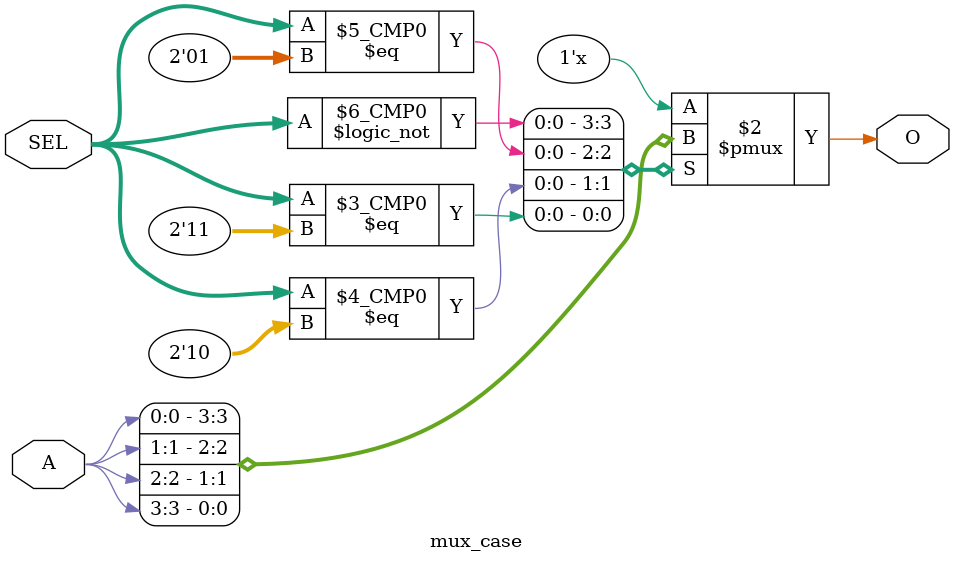
<source format=v>
`timescale 1ns / 1ps


module mux_case(
	input [3:0] A,
	input [1:0] SEL,
	output reg O
    );

always@(SEL, A) begin
	case (SEL)
		0: O <= A[0];
		1: O <= A[1];
		2: O <= A[2];
		3: O <= A[3];
		default: O <= 0;
	endcase
end

endmodule

</source>
